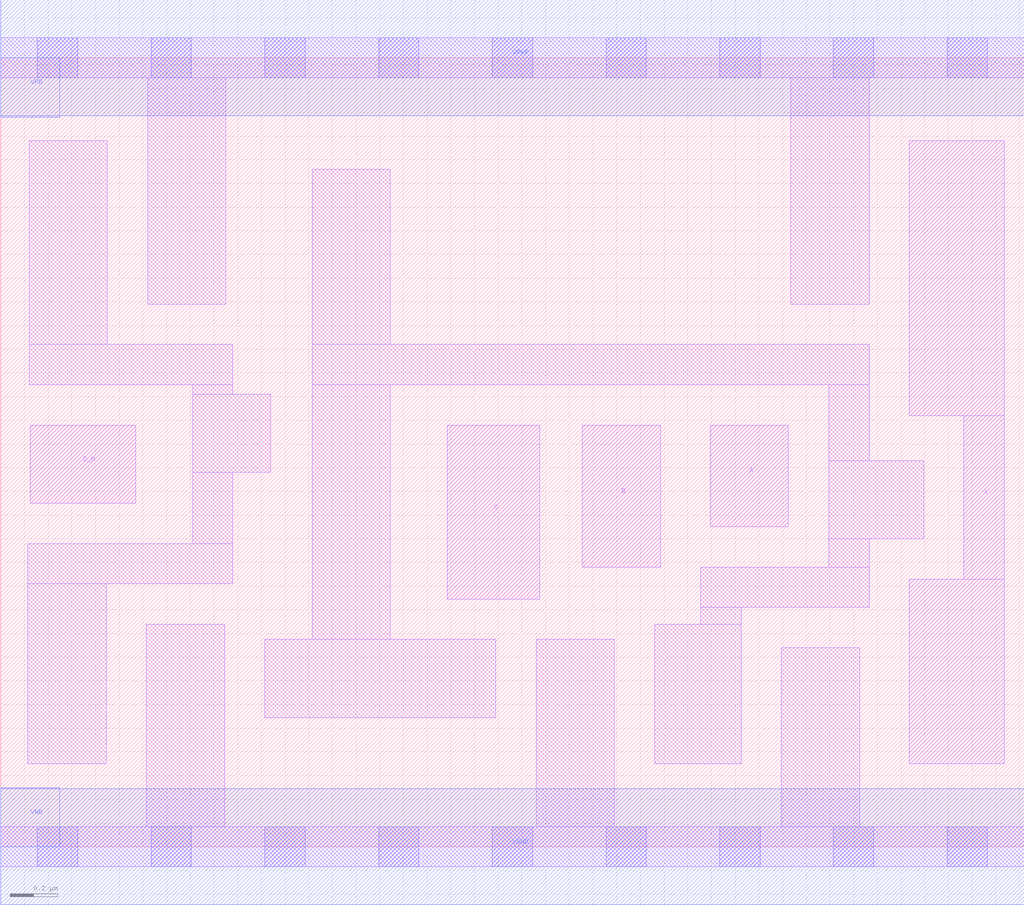
<source format=lef>
# Copyright 2020 The SkyWater PDK Authors
#
# Licensed under the Apache License, Version 2.0 (the "License");
# you may not use this file except in compliance with the License.
# You may obtain a copy of the License at
#
#     https://www.apache.org/licenses/LICENSE-2.0
#
# Unless required by applicable law or agreed to in writing, software
# distributed under the License is distributed on an "AS IS" BASIS,
# WITHOUT WARRANTIES OR CONDITIONS OF ANY KIND, either express or implied.
# See the License for the specific language governing permissions and
# limitations under the License.
#
# SPDX-License-Identifier: Apache-2.0

VERSION 5.5 ;
NAMESCASESENSITIVE ON ;
BUSBITCHARS "[]" ;
DIVIDERCHAR "/" ;
MACRO sky130_fd_sc_ms__or4b_1
  CLASS CORE ;
  SOURCE USER ;
  ORIGIN  0.000000  0.000000 ;
  SIZE  4.320000 BY  3.330000 ;
  SYMMETRY X Y ;
  SITE unit ;
  PIN A
    ANTENNAGATEAREA  0.233000 ;
    DIRECTION INPUT ;
    USE SIGNAL ;
    PORT
      LAYER li1 ;
        RECT 2.995000 1.350000 3.325000 1.780000 ;
    END
  END A
  PIN B
    ANTENNAGATEAREA  0.233000 ;
    DIRECTION INPUT ;
    USE SIGNAL ;
    PORT
      LAYER li1 ;
        RECT 2.455000 1.180000 2.785000 1.780000 ;
    END
  END B
  PIN C
    ANTENNAGATEAREA  0.233000 ;
    DIRECTION INPUT ;
    USE SIGNAL ;
    PORT
      LAYER li1 ;
        RECT 1.885000 1.045000 2.275000 1.780000 ;
    END
  END C
  PIN D_N
    ANTENNAGATEAREA  0.208000 ;
    DIRECTION INPUT ;
    USE SIGNAL ;
    PORT
      LAYER li1 ;
        RECT 0.125000 1.450000 0.570000 1.780000 ;
    END
  END D_N
  PIN X
    ANTENNADIFFAREA  0.541300 ;
    DIRECTION OUTPUT ;
    USE SIGNAL ;
    PORT
      LAYER li1 ;
        RECT 3.835000 0.350000 4.235000 1.130000 ;
        RECT 3.835000 1.820000 4.235000 2.980000 ;
        RECT 4.065000 1.130000 4.235000 1.820000 ;
    END
  END X
  PIN VGND
    DIRECTION INOUT ;
    USE GROUND ;
    PORT
      LAYER met1 ;
        RECT 0.000000 -0.245000 4.320000 0.245000 ;
    END
  END VGND
  PIN VNB
    DIRECTION INOUT ;
    USE GROUND ;
    PORT
      LAYER met1 ;
        RECT 0.000000 0.000000 0.250000 0.250000 ;
    END
  END VNB
  PIN VPB
    DIRECTION INOUT ;
    USE POWER ;
    PORT
      LAYER met1 ;
        RECT 0.000000 3.080000 0.250000 3.330000 ;
    END
  END VPB
  PIN VPWR
    DIRECTION INOUT ;
    USE POWER ;
    PORT
      LAYER met1 ;
        RECT 0.000000 3.085000 4.320000 3.575000 ;
    END
  END VPWR
  OBS
    LAYER li1 ;
      RECT 0.000000 -0.085000 4.320000 0.085000 ;
      RECT 0.000000  3.245000 4.320000 3.415000 ;
      RECT 0.115000  0.350000 0.445000 1.110000 ;
      RECT 0.115000  1.110000 0.980000 1.280000 ;
      RECT 0.120000  1.950000 0.980000 2.120000 ;
      RECT 0.120000  2.120000 0.450000 2.980000 ;
      RECT 0.615000  0.085000 0.945000 0.940000 ;
      RECT 0.620000  2.290000 0.950000 3.245000 ;
      RECT 0.810000  1.280000 0.980000 1.580000 ;
      RECT 0.810000  1.580000 1.140000 1.910000 ;
      RECT 0.810000  1.910000 0.980000 1.950000 ;
      RECT 1.115000  0.545000 2.090000 0.875000 ;
      RECT 1.315000  0.875000 1.645000 1.950000 ;
      RECT 1.315000  1.950000 3.665000 2.120000 ;
      RECT 1.315000  2.120000 1.645000 2.860000 ;
      RECT 2.260000  0.085000 2.590000 0.875000 ;
      RECT 2.760000  0.350000 3.125000 0.940000 ;
      RECT 2.955000  0.940000 3.125000 1.010000 ;
      RECT 2.955000  1.010000 3.665000 1.180000 ;
      RECT 3.295000  0.085000 3.625000 0.840000 ;
      RECT 3.335000  2.290000 3.665000 3.245000 ;
      RECT 3.495000  1.180000 3.665000 1.300000 ;
      RECT 3.495000  1.300000 3.895000 1.630000 ;
      RECT 3.495000  1.630000 3.665000 1.950000 ;
    LAYER mcon ;
      RECT 0.155000 -0.085000 0.325000 0.085000 ;
      RECT 0.155000  3.245000 0.325000 3.415000 ;
      RECT 0.635000 -0.085000 0.805000 0.085000 ;
      RECT 0.635000  3.245000 0.805000 3.415000 ;
      RECT 1.115000 -0.085000 1.285000 0.085000 ;
      RECT 1.115000  3.245000 1.285000 3.415000 ;
      RECT 1.595000 -0.085000 1.765000 0.085000 ;
      RECT 1.595000  3.245000 1.765000 3.415000 ;
      RECT 2.075000 -0.085000 2.245000 0.085000 ;
      RECT 2.075000  3.245000 2.245000 3.415000 ;
      RECT 2.555000 -0.085000 2.725000 0.085000 ;
      RECT 2.555000  3.245000 2.725000 3.415000 ;
      RECT 3.035000 -0.085000 3.205000 0.085000 ;
      RECT 3.035000  3.245000 3.205000 3.415000 ;
      RECT 3.515000 -0.085000 3.685000 0.085000 ;
      RECT 3.515000  3.245000 3.685000 3.415000 ;
      RECT 3.995000 -0.085000 4.165000 0.085000 ;
      RECT 3.995000  3.245000 4.165000 3.415000 ;
  END
END sky130_fd_sc_ms__or4b_1

</source>
